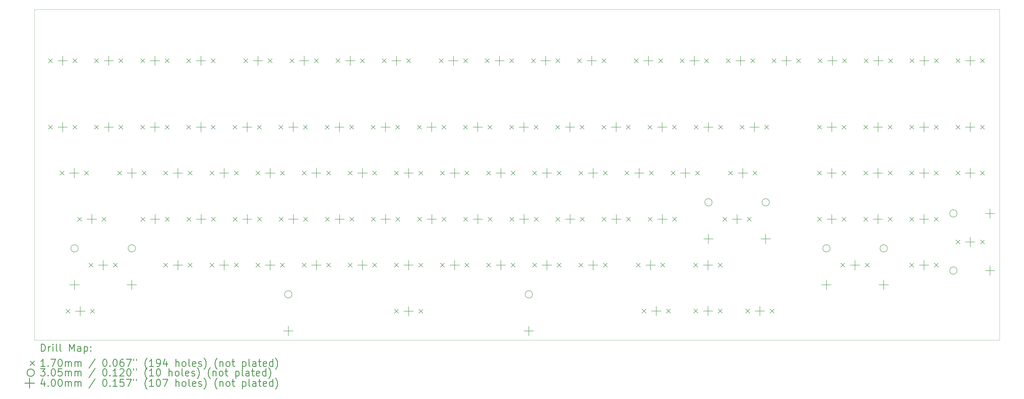
<source format=gbr>
%FSLAX45Y45*%
G04 Gerber Fmt 4.5, Leading zero omitted, Abs format (unit mm)*
G04 Created by KiCad (PCBNEW (5.1.2)-1) date 2020-04-18 22:46:55*
%MOMM*%
%LPD*%
G04 APERTURE LIST*
%ADD10C,0.050000*%
%ADD11C,0.200000*%
%ADD12C,0.300000*%
G04 APERTURE END LIST*
D10*
X6350000Y-20320000D02*
X6350000Y-34099500D01*
X46482000Y-20320000D02*
X6350000Y-20320000D01*
X46482000Y-34099500D02*
X46482000Y-20320000D01*
X6350000Y-34099500D02*
X46482000Y-34099500D01*
D11*
X24197400Y-28972600D02*
X24367400Y-29142600D01*
X24367400Y-28972600D02*
X24197400Y-29142600D01*
X25213400Y-28972600D02*
X25383400Y-29142600D01*
X25383400Y-28972600D02*
X25213400Y-29142600D01*
X20807770Y-22369500D02*
X20977770Y-22539500D01*
X20977770Y-22369500D02*
X20807770Y-22539500D01*
X21823770Y-22369500D02*
X21993770Y-22539500D01*
X21993770Y-22369500D02*
X21823770Y-22539500D01*
X38914950Y-25137200D02*
X39084950Y-25307200D01*
X39084950Y-25137200D02*
X38914950Y-25307200D01*
X39930950Y-25137200D02*
X40100950Y-25307200D01*
X40100950Y-25137200D02*
X39930950Y-25307200D01*
X33200430Y-22369870D02*
X33370430Y-22539870D01*
X33370430Y-22369870D02*
X33200430Y-22539870D01*
X34216430Y-22369870D02*
X34386430Y-22539870D01*
X34386430Y-22369870D02*
X34216430Y-22539870D01*
X20362000Y-28972600D02*
X20532000Y-29142600D01*
X20532000Y-28972600D02*
X20362000Y-29142600D01*
X21378000Y-28972600D02*
X21548000Y-29142600D01*
X21548000Y-28972600D02*
X21378000Y-29142600D01*
X25097350Y-22369500D02*
X25267350Y-22539500D01*
X25267350Y-22369500D02*
X25097350Y-22539500D01*
X26113350Y-22369500D02*
X26283350Y-22539500D01*
X26283350Y-22369500D02*
X26113350Y-22539500D01*
X12684850Y-25137200D02*
X12854850Y-25307200D01*
X12854850Y-25137200D02*
X12684850Y-25307200D01*
X13700850Y-25137200D02*
X13870850Y-25307200D01*
X13870850Y-25137200D02*
X13700850Y-25307200D01*
X33766850Y-32801650D02*
X33936850Y-32971650D01*
X33936850Y-32801650D02*
X33766850Y-32971650D01*
X34782850Y-32801650D02*
X34952850Y-32971650D01*
X34952850Y-32801650D02*
X34782850Y-32971650D01*
X14602550Y-25137200D02*
X14772550Y-25307200D01*
X14772550Y-25137200D02*
X14602550Y-25307200D01*
X15618550Y-25137200D02*
X15788550Y-25307200D01*
X15788550Y-25137200D02*
X15618550Y-25307200D01*
X40832650Y-28972600D02*
X41002650Y-29142600D01*
X41002650Y-28972600D02*
X40832650Y-29142600D01*
X41848650Y-28972600D02*
X42018650Y-29142600D01*
X42018650Y-28972600D02*
X41848650Y-29142600D01*
X12678500Y-22368600D02*
X12848500Y-22538600D01*
X12848500Y-22368600D02*
X12678500Y-22538600D01*
X13694500Y-22368600D02*
X13864500Y-22538600D01*
X13864500Y-22368600D02*
X13694500Y-22538600D01*
X17479100Y-30890300D02*
X17649100Y-31060300D01*
X17649100Y-30890300D02*
X17479100Y-31060300D01*
X18495100Y-30890300D02*
X18665100Y-31060300D01*
X18665100Y-30890300D02*
X18495100Y-31060300D01*
X35919500Y-32801650D02*
X36089500Y-32971650D01*
X36089500Y-32801650D02*
X35919500Y-32971650D01*
X36935500Y-32801650D02*
X37105500Y-32971650D01*
X37105500Y-32801650D02*
X36935500Y-32971650D01*
X10767150Y-25137200D02*
X10937150Y-25307200D01*
X10937150Y-25137200D02*
X10767150Y-25307200D01*
X11783150Y-25137200D02*
X11953150Y-25307200D01*
X11953150Y-25137200D02*
X11783150Y-25307200D01*
X21314500Y-30890300D02*
X21484500Y-31060300D01*
X21484500Y-30890300D02*
X21314500Y-31060300D01*
X22330500Y-30890300D02*
X22500500Y-31060300D01*
X22500500Y-30890300D02*
X22330500Y-31060300D01*
X10773500Y-28972600D02*
X10943500Y-29142600D01*
X10943500Y-28972600D02*
X10773500Y-29142600D01*
X11789500Y-28972600D02*
X11959500Y-29142600D01*
X11959500Y-28972600D02*
X11789500Y-29142600D01*
X28985300Y-27054900D02*
X29155300Y-27224900D01*
X29155300Y-27054900D02*
X28985300Y-27224900D01*
X30001300Y-27054900D02*
X30171300Y-27224900D01*
X30171300Y-27054900D02*
X30001300Y-27224900D01*
X32820700Y-27054900D02*
X32990700Y-27224900D01*
X32990700Y-27054900D02*
X32820700Y-27224900D01*
X33836700Y-27054900D02*
X34006700Y-27224900D01*
X34006700Y-27054900D02*
X33836700Y-27224900D01*
X6931750Y-25137200D02*
X7101750Y-25307200D01*
X7101750Y-25137200D02*
X6931750Y-25307200D01*
X7947750Y-25137200D02*
X8117750Y-25307200D01*
X8117750Y-25137200D02*
X7947750Y-25307200D01*
X29944150Y-25137200D02*
X30114150Y-25307200D01*
X30114150Y-25137200D02*
X29944150Y-25307200D01*
X30960150Y-25137200D02*
X31130150Y-25307200D01*
X31130150Y-25137200D02*
X30960150Y-25307200D01*
X39880150Y-30890300D02*
X40050150Y-31060300D01*
X40050150Y-30890300D02*
X39880150Y-31060300D01*
X40896150Y-30890300D02*
X41066150Y-31060300D01*
X41066150Y-30890300D02*
X40896150Y-31060300D01*
X19396800Y-27054900D02*
X19566800Y-27224900D01*
X19566800Y-27054900D02*
X19396800Y-27224900D01*
X20412800Y-27054900D02*
X20582800Y-27224900D01*
X20582800Y-27054900D02*
X20412800Y-27224900D01*
X27067600Y-30890300D02*
X27237600Y-31060300D01*
X27237600Y-30890300D02*
X27067600Y-31060300D01*
X28083600Y-30890300D02*
X28253600Y-31060300D01*
X28253600Y-30890300D02*
X28083600Y-31060300D01*
X42750350Y-27054900D02*
X42920350Y-27224900D01*
X42920350Y-27054900D02*
X42750350Y-27224900D01*
X43766350Y-27054900D02*
X43936350Y-27224900D01*
X43936350Y-27054900D02*
X43766350Y-27224900D01*
X35116860Y-22369500D02*
X35286860Y-22539500D01*
X35286860Y-22369500D02*
X35116860Y-22539500D01*
X36132860Y-22369500D02*
X36302860Y-22539500D01*
X36302860Y-22369500D02*
X36132860Y-22539500D01*
X18444300Y-28972600D02*
X18614300Y-29142600D01*
X18614300Y-28972600D02*
X18444300Y-29142600D01*
X19460300Y-28972600D02*
X19630300Y-29142600D01*
X19630300Y-28972600D02*
X19460300Y-29142600D01*
X28032800Y-28972600D02*
X28202800Y-29142600D01*
X28202800Y-28972600D02*
X28032800Y-29142600D01*
X29048800Y-28972600D02*
X29218800Y-29142600D01*
X29218800Y-28972600D02*
X29048800Y-29142600D01*
X40832650Y-25137200D02*
X41002650Y-25307200D01*
X41002650Y-25137200D02*
X40832650Y-25307200D01*
X41848650Y-25137200D02*
X42018650Y-25307200D01*
X42018650Y-25137200D02*
X41848650Y-25307200D01*
X35214650Y-27054900D02*
X35384650Y-27224900D01*
X35384650Y-27054900D02*
X35214650Y-27224900D01*
X36230650Y-27054900D02*
X36400650Y-27224900D01*
X36400650Y-27054900D02*
X36230650Y-27224900D01*
X37024400Y-22369870D02*
X37194400Y-22539870D01*
X37194400Y-22369870D02*
X37024400Y-22539870D01*
X38040400Y-22369870D02*
X38210400Y-22539870D01*
X38210400Y-22369870D02*
X38040400Y-22539870D01*
X16526600Y-28972600D02*
X16696600Y-29142600D01*
X16696600Y-28972600D02*
X16526600Y-29142600D01*
X17542600Y-28972600D02*
X17712600Y-29142600D01*
X17712600Y-28972600D02*
X17542600Y-29142600D01*
X26108750Y-25137200D02*
X26278750Y-25307200D01*
X26278750Y-25137200D02*
X26108750Y-25307200D01*
X27124750Y-25137200D02*
X27294750Y-25307200D01*
X27294750Y-25137200D02*
X27124750Y-25307200D01*
X44668050Y-29925100D02*
X44838050Y-30095100D01*
X44838050Y-29925100D02*
X44668050Y-30095100D01*
X45684050Y-29925100D02*
X45854050Y-30095100D01*
X45854050Y-29925100D02*
X45684050Y-30095100D01*
X34973350Y-28972600D02*
X35143350Y-29142600D01*
X35143350Y-28972600D02*
X34973350Y-29142600D01*
X35989350Y-28972600D02*
X36159350Y-29142600D01*
X36159350Y-28972600D02*
X35989350Y-29142600D01*
X19396800Y-30890300D02*
X19566800Y-31060300D01*
X19566800Y-30890300D02*
X19396800Y-31060300D01*
X20412800Y-30890300D02*
X20582800Y-31060300D01*
X20582800Y-30890300D02*
X20412800Y-31060300D01*
X44668050Y-25137200D02*
X44838050Y-25307200D01*
X44838050Y-25137200D02*
X44668050Y-25307200D01*
X45684050Y-25137200D02*
X45854050Y-25307200D01*
X45854050Y-25137200D02*
X45684050Y-25307200D01*
X13643700Y-27054900D02*
X13813700Y-27224900D01*
X13813700Y-27054900D02*
X13643700Y-27224900D01*
X14659700Y-27054900D02*
X14829700Y-27224900D01*
X14829700Y-27054900D02*
X14659700Y-27224900D01*
X15561400Y-27054900D02*
X15731400Y-27224900D01*
X15731400Y-27054900D02*
X15561400Y-27224900D01*
X16577400Y-27054900D02*
X16747400Y-27224900D01*
X16747400Y-27054900D02*
X16577400Y-27224900D01*
X10767150Y-22369500D02*
X10937150Y-22539500D01*
X10937150Y-22369500D02*
X10767150Y-22539500D01*
X11783150Y-22369500D02*
X11953150Y-22539500D01*
X11953150Y-22369500D02*
X11783150Y-22539500D01*
X21314500Y-32808000D02*
X21484500Y-32978000D01*
X21484500Y-32808000D02*
X21314500Y-32978000D01*
X22330500Y-32808000D02*
X22500500Y-32978000D01*
X22500500Y-32808000D02*
X22330500Y-32978000D01*
X33766850Y-30890300D02*
X33936850Y-31060300D01*
X33936850Y-30890300D02*
X33766850Y-31060300D01*
X34782850Y-30890300D02*
X34952850Y-31060300D01*
X34952850Y-30890300D02*
X34782850Y-31060300D01*
X18437950Y-25137200D02*
X18607950Y-25307200D01*
X18607950Y-25137200D02*
X18437950Y-25307200D01*
X19453950Y-25137200D02*
X19623950Y-25307200D01*
X19623950Y-25137200D02*
X19453950Y-25307200D01*
X38914950Y-28972600D02*
X39084950Y-29142600D01*
X39084950Y-28972600D02*
X38914950Y-29142600D01*
X39930950Y-28972600D02*
X40100950Y-29142600D01*
X40100950Y-28972600D02*
X39930950Y-29142600D01*
X33779550Y-25137200D02*
X33949550Y-25307200D01*
X33949550Y-25137200D02*
X33779550Y-25307200D01*
X34795550Y-25137200D02*
X34965550Y-25307200D01*
X34965550Y-25137200D02*
X34795550Y-25307200D01*
X12691200Y-28972600D02*
X12861200Y-29142600D01*
X12861200Y-28972600D02*
X12691200Y-29142600D01*
X13707200Y-28972600D02*
X13877200Y-29142600D01*
X13877200Y-28972600D02*
X13707200Y-29142600D01*
X7662000Y-32808000D02*
X7832000Y-32978000D01*
X7832000Y-32808000D02*
X7662000Y-32978000D01*
X8678000Y-32808000D02*
X8848000Y-32978000D01*
X8848000Y-32808000D02*
X8678000Y-32978000D01*
X25149900Y-30890300D02*
X25319900Y-31060300D01*
X25319900Y-30890300D02*
X25149900Y-31060300D01*
X26165900Y-30890300D02*
X26335900Y-31060300D01*
X26335900Y-30890300D02*
X26165900Y-31060300D01*
X7414350Y-27054900D02*
X7584350Y-27224900D01*
X7584350Y-27054900D02*
X7414350Y-27224900D01*
X8430350Y-27054900D02*
X8600350Y-27224900D01*
X8600350Y-27054900D02*
X8430350Y-27224900D01*
X18888800Y-22368600D02*
X19058800Y-22538600D01*
X19058800Y-22368600D02*
X18888800Y-22538600D01*
X19904800Y-22368600D02*
X20074800Y-22538600D01*
X20074800Y-22368600D02*
X19904800Y-22538600D01*
X8144600Y-28972600D02*
X8314600Y-29142600D01*
X8314600Y-28972600D02*
X8144600Y-29142600D01*
X9160600Y-28972600D02*
X9330600Y-29142600D01*
X9330600Y-28972600D02*
X9160600Y-29142600D01*
X27067600Y-27054900D02*
X27237600Y-27224900D01*
X27237600Y-27054900D02*
X27067600Y-27224900D01*
X28083600Y-27054900D02*
X28253600Y-27224900D01*
X28253600Y-27054900D02*
X28083600Y-27224900D01*
X42750350Y-30890300D02*
X42920350Y-31060300D01*
X42920350Y-30890300D02*
X42750350Y-31060300D01*
X43766350Y-30890300D02*
X43936350Y-31060300D01*
X43936350Y-30890300D02*
X43766350Y-31060300D01*
X31868200Y-28972600D02*
X32038200Y-29142600D01*
X32038200Y-28972600D02*
X31868200Y-29142600D01*
X32884200Y-28972600D02*
X33054200Y-29142600D01*
X33054200Y-28972600D02*
X32884200Y-29142600D01*
X8849450Y-25137200D02*
X9019450Y-25307200D01*
X9019450Y-25137200D02*
X8849450Y-25307200D01*
X9865450Y-25137200D02*
X10035450Y-25307200D01*
X10035450Y-25137200D02*
X9865450Y-25307200D01*
X44669800Y-22368600D02*
X44839800Y-22538600D01*
X44839800Y-22368600D02*
X44669800Y-22538600D01*
X45685800Y-22368600D02*
X45855800Y-22538600D01*
X45855800Y-22368600D02*
X45685800Y-22538600D01*
X23232200Y-30890300D02*
X23402200Y-31060300D01*
X23402200Y-30890300D02*
X23232200Y-31060300D01*
X24248200Y-30890300D02*
X24418200Y-31060300D01*
X24418200Y-30890300D02*
X24248200Y-31060300D01*
X28932750Y-22369500D02*
X29102750Y-22539500D01*
X29102750Y-22369500D02*
X28932750Y-22539500D01*
X29948750Y-22369500D02*
X30118750Y-22539500D01*
X30118750Y-22369500D02*
X29948750Y-22539500D01*
X38935750Y-22369500D02*
X39105750Y-22539500D01*
X39105750Y-22369500D02*
X38935750Y-22539500D01*
X39951750Y-22369500D02*
X40121750Y-22539500D01*
X40121750Y-22369500D02*
X39951750Y-22539500D01*
X21314500Y-27054900D02*
X21484500Y-27224900D01*
X21484500Y-27054900D02*
X21314500Y-27224900D01*
X22330500Y-27054900D02*
X22500500Y-27224900D01*
X22500500Y-27054900D02*
X22330500Y-27224900D01*
X29950500Y-28972600D02*
X30120500Y-29142600D01*
X30120500Y-28972600D02*
X29950500Y-29142600D01*
X30966500Y-28972600D02*
X31136500Y-29142600D01*
X31136500Y-28972600D02*
X30966500Y-29142600D01*
X6931750Y-22369500D02*
X7101750Y-22539500D01*
X7101750Y-22369500D02*
X6931750Y-22539500D01*
X7947750Y-22369500D02*
X8117750Y-22539500D01*
X8117750Y-22369500D02*
X7947750Y-22539500D01*
X40847100Y-22368600D02*
X41017100Y-22538600D01*
X41017100Y-22368600D02*
X40847100Y-22538600D01*
X41863100Y-22368600D02*
X42033100Y-22538600D01*
X42033100Y-22368600D02*
X41863100Y-22538600D01*
X17479100Y-27054900D02*
X17649100Y-27224900D01*
X17649100Y-27054900D02*
X17479100Y-27224900D01*
X18495100Y-27054900D02*
X18665100Y-27224900D01*
X18665100Y-27054900D02*
X18495100Y-27224900D01*
X30903000Y-27054900D02*
X31073000Y-27224900D01*
X31073000Y-27054900D02*
X30903000Y-27224900D01*
X31919000Y-27054900D02*
X32089000Y-27224900D01*
X32089000Y-27054900D02*
X31919000Y-27224900D01*
X16972370Y-22369500D02*
X17142370Y-22539500D01*
X17142370Y-22369500D02*
X16972370Y-22539500D01*
X17988370Y-22369500D02*
X18158370Y-22539500D01*
X18158370Y-22369500D02*
X17988370Y-22539500D01*
X42758450Y-22369500D02*
X42928450Y-22539500D01*
X42928450Y-22369500D02*
X42758450Y-22539500D01*
X43774450Y-22369500D02*
X43944450Y-22539500D01*
X43944450Y-22369500D02*
X43774450Y-22539500D01*
X15561400Y-30890300D02*
X15731400Y-31060300D01*
X15731400Y-30890300D02*
X15561400Y-31060300D01*
X16577400Y-30890300D02*
X16747400Y-31060300D01*
X16747400Y-30890300D02*
X16577400Y-31060300D01*
X25149900Y-27054900D02*
X25319900Y-27224900D01*
X25319900Y-27054900D02*
X25149900Y-27224900D01*
X26165900Y-27054900D02*
X26335900Y-27224900D01*
X26335900Y-27054900D02*
X26165900Y-27224900D01*
X27016800Y-22368600D02*
X27186800Y-22538600D01*
X27186800Y-22368600D02*
X27016800Y-22538600D01*
X28032800Y-22368600D02*
X28202800Y-22538600D01*
X28202800Y-22368600D02*
X28032800Y-22538600D01*
X31379250Y-30890300D02*
X31549250Y-31060300D01*
X31549250Y-30890300D02*
X31379250Y-31060300D01*
X32395250Y-30890300D02*
X32565250Y-31060300D01*
X32565250Y-30890300D02*
X32395250Y-31060300D01*
X13643700Y-30890300D02*
X13813700Y-31060300D01*
X13813700Y-30890300D02*
X13643700Y-31060300D01*
X14659700Y-30890300D02*
X14829700Y-31060300D01*
X14829700Y-30890300D02*
X14659700Y-31060300D01*
X23179650Y-22369500D02*
X23349650Y-22539500D01*
X23349650Y-22369500D02*
X23179650Y-22539500D01*
X24195650Y-22369500D02*
X24365650Y-22539500D01*
X24365650Y-22369500D02*
X24195650Y-22539500D01*
X38914950Y-27054900D02*
X39084950Y-27224900D01*
X39084950Y-27054900D02*
X38914950Y-27224900D01*
X39930950Y-27054900D02*
X40100950Y-27224900D01*
X40100950Y-27054900D02*
X39930950Y-27224900D01*
X16520250Y-25137200D02*
X16690250Y-25307200D01*
X16690250Y-25137200D02*
X16520250Y-25307200D01*
X17536250Y-25137200D02*
X17706250Y-25307200D01*
X17706250Y-25137200D02*
X17536250Y-25307200D01*
X8849450Y-22369500D02*
X9019450Y-22539500D01*
X9019450Y-22369500D02*
X8849450Y-22539500D01*
X9865450Y-22369500D02*
X10035450Y-22539500D01*
X10035450Y-22369500D02*
X9865450Y-22539500D01*
X22273350Y-25137200D02*
X22443350Y-25307200D01*
X22443350Y-25137200D02*
X22273350Y-25307200D01*
X23289350Y-25137200D02*
X23459350Y-25307200D01*
X23459350Y-25137200D02*
X23289350Y-25307200D01*
X31290350Y-22369500D02*
X31460350Y-22539500D01*
X31460350Y-22369500D02*
X31290350Y-22539500D01*
X32306350Y-22369500D02*
X32476350Y-22539500D01*
X32476350Y-22369500D02*
X32306350Y-22539500D01*
X40832650Y-27054900D02*
X41002650Y-27224900D01*
X41002650Y-27054900D02*
X40832650Y-27224900D01*
X41848650Y-27054900D02*
X42018650Y-27224900D01*
X42018650Y-27054900D02*
X41848650Y-27224900D01*
X8614500Y-30890300D02*
X8784500Y-31060300D01*
X8784500Y-30890300D02*
X8614500Y-31060300D01*
X9630500Y-30890300D02*
X9800500Y-31060300D01*
X9800500Y-30890300D02*
X9630500Y-31060300D01*
X11726000Y-30890300D02*
X11896000Y-31060300D01*
X11896000Y-30890300D02*
X11726000Y-31060300D01*
X12742000Y-30890300D02*
X12912000Y-31060300D01*
X12912000Y-30890300D02*
X12742000Y-31060300D01*
X22279700Y-28972600D02*
X22449700Y-29142600D01*
X22449700Y-28972600D02*
X22279700Y-29142600D01*
X23295700Y-28972600D02*
X23465700Y-29142600D01*
X23465700Y-28972600D02*
X23295700Y-29142600D01*
X35697250Y-25137200D02*
X35867250Y-25307200D01*
X35867250Y-25137200D02*
X35697250Y-25307200D01*
X36713250Y-25137200D02*
X36883250Y-25307200D01*
X36883250Y-25137200D02*
X36713250Y-25307200D01*
X11726000Y-27054900D02*
X11896000Y-27224900D01*
X11896000Y-27054900D02*
X11726000Y-27224900D01*
X12742000Y-27054900D02*
X12912000Y-27224900D01*
X12912000Y-27054900D02*
X12742000Y-27224900D01*
X28985300Y-30890300D02*
X29155300Y-31060300D01*
X29155300Y-30890300D02*
X28985300Y-31060300D01*
X30001300Y-30890300D02*
X30171300Y-31060300D01*
X30171300Y-30890300D02*
X30001300Y-31060300D01*
X28026450Y-25137200D02*
X28196450Y-25307200D01*
X28196450Y-25137200D02*
X28026450Y-25307200D01*
X29042450Y-25137200D02*
X29212450Y-25307200D01*
X29212450Y-25137200D02*
X29042450Y-25307200D01*
X42750350Y-28972600D02*
X42920350Y-29142600D01*
X42920350Y-28972600D02*
X42750350Y-29142600D01*
X43766350Y-28972600D02*
X43936350Y-29142600D01*
X43936350Y-28972600D02*
X43766350Y-29142600D01*
X9808300Y-27054900D02*
X9978300Y-27224900D01*
X9978300Y-27054900D02*
X9808300Y-27224900D01*
X10824300Y-27054900D02*
X10994300Y-27224900D01*
X10994300Y-27054900D02*
X10824300Y-27224900D01*
X23232200Y-27054900D02*
X23402200Y-27224900D01*
X23402200Y-27054900D02*
X23232200Y-27224900D01*
X24248200Y-27054900D02*
X24418200Y-27224900D01*
X24418200Y-27054900D02*
X24248200Y-27224900D01*
X44668050Y-27054900D02*
X44838050Y-27224900D01*
X44838050Y-27054900D02*
X44668050Y-27224900D01*
X45684050Y-27054900D02*
X45854050Y-27224900D01*
X45854050Y-27054900D02*
X45684050Y-27224900D01*
X20355650Y-25137200D02*
X20525650Y-25307200D01*
X20525650Y-25137200D02*
X20355650Y-25307200D01*
X21371650Y-25137200D02*
X21541650Y-25307200D01*
X21541650Y-25137200D02*
X21371650Y-25307200D01*
X31861850Y-25137200D02*
X32031850Y-25307200D01*
X32031850Y-25137200D02*
X31861850Y-25307200D01*
X32877850Y-25137200D02*
X33047850Y-25307200D01*
X33047850Y-25137200D02*
X32877850Y-25307200D01*
X15054670Y-22369500D02*
X15224670Y-22539500D01*
X15224670Y-22369500D02*
X15054670Y-22539500D01*
X16070670Y-22369500D02*
X16240670Y-22539500D01*
X16240670Y-22369500D02*
X16070670Y-22539500D01*
X24191050Y-25137200D02*
X24361050Y-25307200D01*
X24361050Y-25137200D02*
X24191050Y-25307200D01*
X25207050Y-25137200D02*
X25377050Y-25307200D01*
X25377050Y-25137200D02*
X25207050Y-25307200D01*
X26115100Y-28972600D02*
X26285100Y-29142600D01*
X26285100Y-28972600D02*
X26115100Y-29142600D01*
X27131100Y-28972600D02*
X27301100Y-29142600D01*
X27301100Y-28972600D02*
X27131100Y-29142600D01*
X42750350Y-25137200D02*
X42920350Y-25307200D01*
X42920350Y-25137200D02*
X42750350Y-25307200D01*
X43766350Y-25137200D02*
X43936350Y-25307200D01*
X43936350Y-25137200D02*
X43766350Y-25307200D01*
X31614200Y-32801650D02*
X31784200Y-32971650D01*
X31784200Y-32801650D02*
X31614200Y-32971650D01*
X32630200Y-32801650D02*
X32800200Y-32971650D01*
X32800200Y-32801650D02*
X32630200Y-32971650D01*
X14608900Y-28972600D02*
X14778900Y-29142600D01*
X14778900Y-28972600D02*
X14608900Y-29142600D01*
X15624900Y-28972600D02*
X15794900Y-29142600D01*
X15794900Y-28972600D02*
X15624900Y-29142600D01*
X8170000Y-30275300D02*
G75*
G03X8170000Y-30275300I-152500J0D01*
G01*
X10550000Y-30275300D02*
G75*
G03X10550000Y-30275300I-152500J0D01*
G01*
X39435650Y-30275300D02*
G75*
G03X39435650Y-30275300I-152500J0D01*
G01*
X41815650Y-30275300D02*
G75*
G03X41815650Y-30275300I-152500J0D01*
G01*
X44713550Y-28820100D02*
G75*
G03X44713550Y-28820100I-152500J0D01*
G01*
X44713550Y-31200100D02*
G75*
G03X44713550Y-31200100I-152500J0D01*
G01*
X34528850Y-28357600D02*
G75*
G03X34528850Y-28357600I-152500J0D01*
G01*
X36908850Y-28357600D02*
G75*
G03X36908850Y-28357600I-152500J0D01*
G01*
X17060000Y-32193000D02*
G75*
G03X17060000Y-32193000I-152500J0D01*
G01*
X27060000Y-32193000D02*
G75*
G03X27060000Y-32193000I-152500J0D01*
G01*
X12319000Y-30775300D02*
X12319000Y-31175300D01*
X12119000Y-30975300D02*
X12519000Y-30975300D01*
X22872700Y-28857600D02*
X22872700Y-29257600D01*
X22672700Y-29057600D02*
X23072700Y-29057600D01*
X36290250Y-25022200D02*
X36290250Y-25422200D01*
X36090250Y-25222200D02*
X36490250Y-25222200D01*
X12319000Y-26939900D02*
X12319000Y-27339900D01*
X12119000Y-27139900D02*
X12519000Y-27139900D01*
X29578300Y-30775300D02*
X29578300Y-31175300D01*
X29378300Y-30975300D02*
X29778300Y-30975300D01*
X28619450Y-25022200D02*
X28619450Y-25422200D01*
X28419450Y-25222200D02*
X28819450Y-25222200D01*
X43343350Y-28857600D02*
X43343350Y-29257600D01*
X43143350Y-29057600D02*
X43543350Y-29057600D01*
X10401300Y-26939900D02*
X10401300Y-27339900D01*
X10201300Y-27139900D02*
X10601300Y-27139900D01*
X23825200Y-26939900D02*
X23825200Y-27339900D01*
X23625200Y-27139900D02*
X24025200Y-27139900D01*
X45261050Y-26939900D02*
X45261050Y-27339900D01*
X45061050Y-27139900D02*
X45461050Y-27139900D01*
X20948650Y-25022200D02*
X20948650Y-25422200D01*
X20748650Y-25222200D02*
X21148650Y-25222200D01*
X32454850Y-25022200D02*
X32454850Y-25422200D01*
X32254850Y-25222200D02*
X32654850Y-25222200D01*
X15647670Y-22254500D02*
X15647670Y-22654500D01*
X15447670Y-22454500D02*
X15847670Y-22454500D01*
X24784050Y-25022200D02*
X24784050Y-25422200D01*
X24584050Y-25222200D02*
X24984050Y-25222200D01*
X26708100Y-28857600D02*
X26708100Y-29257600D01*
X26508100Y-29057600D02*
X26908100Y-29057600D01*
X43343350Y-25022200D02*
X43343350Y-25422200D01*
X43143350Y-25222200D02*
X43543350Y-25222200D01*
X32207200Y-32686650D02*
X32207200Y-33086650D01*
X32007200Y-32886650D02*
X32407200Y-32886650D01*
X15201900Y-28857600D02*
X15201900Y-29257600D01*
X15001900Y-29057600D02*
X15401900Y-29057600D01*
X24790400Y-28857600D02*
X24790400Y-29257600D01*
X24590400Y-29057600D02*
X24990400Y-29057600D01*
X21400770Y-22254500D02*
X21400770Y-22654500D01*
X21200770Y-22454500D02*
X21600770Y-22454500D01*
X39507950Y-25022200D02*
X39507950Y-25422200D01*
X39307950Y-25222200D02*
X39707950Y-25222200D01*
X33793430Y-22254870D02*
X33793430Y-22654870D01*
X33593430Y-22454870D02*
X33993430Y-22454870D01*
X20955000Y-28857600D02*
X20955000Y-29257600D01*
X20755000Y-29057600D02*
X21155000Y-29057600D01*
X25690350Y-22254500D02*
X25690350Y-22654500D01*
X25490350Y-22454500D02*
X25890350Y-22454500D01*
X13277850Y-25022200D02*
X13277850Y-25422200D01*
X13077850Y-25222200D02*
X13477850Y-25222200D01*
X34359850Y-32686650D02*
X34359850Y-33086650D01*
X34159850Y-32886650D02*
X34559850Y-32886650D01*
X15195550Y-25022200D02*
X15195550Y-25422200D01*
X14995550Y-25222200D02*
X15395550Y-25222200D01*
X41425650Y-28857600D02*
X41425650Y-29257600D01*
X41225650Y-29057600D02*
X41625650Y-29057600D01*
X13271500Y-22253600D02*
X13271500Y-22653600D01*
X13071500Y-22453600D02*
X13471500Y-22453600D01*
X18072100Y-30775300D02*
X18072100Y-31175300D01*
X17872100Y-30975300D02*
X18272100Y-30975300D01*
X36512500Y-32686650D02*
X36512500Y-33086650D01*
X36312500Y-32886650D02*
X36712500Y-32886650D01*
X11360150Y-25022200D02*
X11360150Y-25422200D01*
X11160150Y-25222200D02*
X11560150Y-25222200D01*
X21907500Y-30775300D02*
X21907500Y-31175300D01*
X21707500Y-30975300D02*
X22107500Y-30975300D01*
X11366500Y-28857600D02*
X11366500Y-29257600D01*
X11166500Y-29057600D02*
X11566500Y-29057600D01*
X29578300Y-26939900D02*
X29578300Y-27339900D01*
X29378300Y-27139900D02*
X29778300Y-27139900D01*
X33413700Y-26939900D02*
X33413700Y-27339900D01*
X33213700Y-27139900D02*
X33613700Y-27139900D01*
X7524750Y-25022200D02*
X7524750Y-25422200D01*
X7324750Y-25222200D02*
X7724750Y-25222200D01*
X30537150Y-25022200D02*
X30537150Y-25422200D01*
X30337150Y-25222200D02*
X30737150Y-25222200D01*
X39283150Y-31599300D02*
X39283150Y-31999300D01*
X39083150Y-31799300D02*
X39483150Y-31799300D01*
X40473150Y-30775300D02*
X40473150Y-31175300D01*
X40273150Y-30975300D02*
X40673150Y-30975300D01*
X41663150Y-31599300D02*
X41663150Y-31999300D01*
X41463150Y-31799300D02*
X41863150Y-31799300D01*
X19989800Y-26939900D02*
X19989800Y-27339900D01*
X19789800Y-27139900D02*
X20189800Y-27139900D01*
X27660600Y-30775300D02*
X27660600Y-31175300D01*
X27460600Y-30975300D02*
X27860600Y-30975300D01*
X43343350Y-26939900D02*
X43343350Y-27339900D01*
X43143350Y-27139900D02*
X43543350Y-27139900D01*
X35709860Y-22254500D02*
X35709860Y-22654500D01*
X35509860Y-22454500D02*
X35909860Y-22454500D01*
X19037300Y-28857600D02*
X19037300Y-29257600D01*
X18837300Y-29057600D02*
X19237300Y-29057600D01*
X28625800Y-28857600D02*
X28625800Y-29257600D01*
X28425800Y-29057600D02*
X28825800Y-29057600D01*
X41425650Y-25022200D02*
X41425650Y-25422200D01*
X41225650Y-25222200D02*
X41625650Y-25222200D01*
X35807650Y-26939900D02*
X35807650Y-27339900D01*
X35607650Y-27139900D02*
X36007650Y-27139900D01*
X37617400Y-22254870D02*
X37617400Y-22654870D01*
X37417400Y-22454870D02*
X37817400Y-22454870D01*
X17119600Y-28857600D02*
X17119600Y-29257600D01*
X16919600Y-29057600D02*
X17319600Y-29057600D01*
X26701750Y-25022200D02*
X26701750Y-25422200D01*
X26501750Y-25222200D02*
X26901750Y-25222200D01*
X45261050Y-29810100D02*
X45261050Y-30210100D01*
X45061050Y-30010100D02*
X45461050Y-30010100D01*
X46085050Y-28620100D02*
X46085050Y-29020100D01*
X45885050Y-28820100D02*
X46285050Y-28820100D01*
X46085050Y-31000100D02*
X46085050Y-31400100D01*
X45885050Y-31200100D02*
X46285050Y-31200100D01*
X34376350Y-29681600D02*
X34376350Y-30081600D01*
X34176350Y-29881600D02*
X34576350Y-29881600D01*
X35566350Y-28857600D02*
X35566350Y-29257600D01*
X35366350Y-29057600D02*
X35766350Y-29057600D01*
X36756350Y-29681600D02*
X36756350Y-30081600D01*
X36556350Y-29881600D02*
X36956350Y-29881600D01*
X19989800Y-30775300D02*
X19989800Y-31175300D01*
X19789800Y-30975300D02*
X20189800Y-30975300D01*
X45261050Y-25022200D02*
X45261050Y-25422200D01*
X45061050Y-25222200D02*
X45461050Y-25222200D01*
X14236700Y-26939900D02*
X14236700Y-27339900D01*
X14036700Y-27139900D02*
X14436700Y-27139900D01*
X16154400Y-26939900D02*
X16154400Y-27339900D01*
X15954400Y-27139900D02*
X16354400Y-27139900D01*
X11360150Y-22254500D02*
X11360150Y-22654500D01*
X11160150Y-22454500D02*
X11560150Y-22454500D01*
X16907500Y-33517000D02*
X16907500Y-33917000D01*
X16707500Y-33717000D02*
X17107500Y-33717000D01*
X21907500Y-32693000D02*
X21907500Y-33093000D01*
X21707500Y-32893000D02*
X22107500Y-32893000D01*
X26907500Y-33517000D02*
X26907500Y-33917000D01*
X26707500Y-33717000D02*
X27107500Y-33717000D01*
X34359850Y-30775300D02*
X34359850Y-31175300D01*
X34159850Y-30975300D02*
X34559850Y-30975300D01*
X19030950Y-25022200D02*
X19030950Y-25422200D01*
X18830950Y-25222200D02*
X19230950Y-25222200D01*
X39507950Y-28857600D02*
X39507950Y-29257600D01*
X39307950Y-29057600D02*
X39707950Y-29057600D01*
X34372550Y-25022200D02*
X34372550Y-25422200D01*
X34172550Y-25222200D02*
X34572550Y-25222200D01*
X13284200Y-28857600D02*
X13284200Y-29257600D01*
X13084200Y-29057600D02*
X13484200Y-29057600D01*
X8255000Y-32693000D02*
X8255000Y-33093000D01*
X8055000Y-32893000D02*
X8455000Y-32893000D01*
X25742900Y-30775300D02*
X25742900Y-31175300D01*
X25542900Y-30975300D02*
X25942900Y-30975300D01*
X8007350Y-26939900D02*
X8007350Y-27339900D01*
X7807350Y-27139900D02*
X8207350Y-27139900D01*
X19481800Y-22253600D02*
X19481800Y-22653600D01*
X19281800Y-22453600D02*
X19681800Y-22453600D01*
X8737600Y-28857600D02*
X8737600Y-29257600D01*
X8537600Y-29057600D02*
X8937600Y-29057600D01*
X27660600Y-26939900D02*
X27660600Y-27339900D01*
X27460600Y-27139900D02*
X27860600Y-27139900D01*
X43343350Y-30775300D02*
X43343350Y-31175300D01*
X43143350Y-30975300D02*
X43543350Y-30975300D01*
X32461200Y-28857600D02*
X32461200Y-29257600D01*
X32261200Y-29057600D02*
X32661200Y-29057600D01*
X9442450Y-25022200D02*
X9442450Y-25422200D01*
X9242450Y-25222200D02*
X9642450Y-25222200D01*
X45262800Y-22253600D02*
X45262800Y-22653600D01*
X45062800Y-22453600D02*
X45462800Y-22453600D01*
X23825200Y-30775300D02*
X23825200Y-31175300D01*
X23625200Y-30975300D02*
X24025200Y-30975300D01*
X29525750Y-22254500D02*
X29525750Y-22654500D01*
X29325750Y-22454500D02*
X29725750Y-22454500D01*
X39528750Y-22254500D02*
X39528750Y-22654500D01*
X39328750Y-22454500D02*
X39728750Y-22454500D01*
X21907500Y-26939900D02*
X21907500Y-27339900D01*
X21707500Y-27139900D02*
X22107500Y-27139900D01*
X30543500Y-28857600D02*
X30543500Y-29257600D01*
X30343500Y-29057600D02*
X30743500Y-29057600D01*
X7524750Y-22254500D02*
X7524750Y-22654500D01*
X7324750Y-22454500D02*
X7724750Y-22454500D01*
X41440100Y-22253600D02*
X41440100Y-22653600D01*
X41240100Y-22453600D02*
X41640100Y-22453600D01*
X18072100Y-26939900D02*
X18072100Y-27339900D01*
X17872100Y-27139900D02*
X18272100Y-27139900D01*
X31496000Y-26939900D02*
X31496000Y-27339900D01*
X31296000Y-27139900D02*
X31696000Y-27139900D01*
X17565370Y-22254500D02*
X17565370Y-22654500D01*
X17365370Y-22454500D02*
X17765370Y-22454500D01*
X43351450Y-22254500D02*
X43351450Y-22654500D01*
X43151450Y-22454500D02*
X43551450Y-22454500D01*
X16154400Y-30775300D02*
X16154400Y-31175300D01*
X15954400Y-30975300D02*
X16354400Y-30975300D01*
X25742900Y-26939900D02*
X25742900Y-27339900D01*
X25542900Y-27139900D02*
X25942900Y-27139900D01*
X27609800Y-22253600D02*
X27609800Y-22653600D01*
X27409800Y-22453600D02*
X27809800Y-22453600D01*
X31972250Y-30775300D02*
X31972250Y-31175300D01*
X31772250Y-30975300D02*
X32172250Y-30975300D01*
X14236700Y-30775300D02*
X14236700Y-31175300D01*
X14036700Y-30975300D02*
X14436700Y-30975300D01*
X23772650Y-22254500D02*
X23772650Y-22654500D01*
X23572650Y-22454500D02*
X23972650Y-22454500D01*
X39507950Y-26939900D02*
X39507950Y-27339900D01*
X39307950Y-27139900D02*
X39707950Y-27139900D01*
X17113250Y-25022200D02*
X17113250Y-25422200D01*
X16913250Y-25222200D02*
X17313250Y-25222200D01*
X9442450Y-22254500D02*
X9442450Y-22654500D01*
X9242450Y-22454500D02*
X9642450Y-22454500D01*
X22866350Y-25022200D02*
X22866350Y-25422200D01*
X22666350Y-25222200D02*
X23066350Y-25222200D01*
X31883350Y-22254500D02*
X31883350Y-22654500D01*
X31683350Y-22454500D02*
X32083350Y-22454500D01*
X41425650Y-26939900D02*
X41425650Y-27339900D01*
X41225650Y-27139900D02*
X41625650Y-27139900D01*
X8017500Y-31599300D02*
X8017500Y-31999300D01*
X7817500Y-31799300D02*
X8217500Y-31799300D01*
X9207500Y-30775300D02*
X9207500Y-31175300D01*
X9007500Y-30975300D02*
X9407500Y-30975300D01*
X10397500Y-31599300D02*
X10397500Y-31999300D01*
X10197500Y-31799300D02*
X10597500Y-31799300D01*
D12*
X6633928Y-34567714D02*
X6633928Y-34267714D01*
X6705357Y-34267714D01*
X6748214Y-34282000D01*
X6776786Y-34310572D01*
X6791071Y-34339143D01*
X6805357Y-34396286D01*
X6805357Y-34439143D01*
X6791071Y-34496286D01*
X6776786Y-34524857D01*
X6748214Y-34553429D01*
X6705357Y-34567714D01*
X6633928Y-34567714D01*
X6933928Y-34567714D02*
X6933928Y-34367714D01*
X6933928Y-34424857D02*
X6948214Y-34396286D01*
X6962500Y-34382000D01*
X6991071Y-34367714D01*
X7019643Y-34367714D01*
X7119643Y-34567714D02*
X7119643Y-34367714D01*
X7119643Y-34267714D02*
X7105357Y-34282000D01*
X7119643Y-34296286D01*
X7133928Y-34282000D01*
X7119643Y-34267714D01*
X7119643Y-34296286D01*
X7305357Y-34567714D02*
X7276786Y-34553429D01*
X7262500Y-34524857D01*
X7262500Y-34267714D01*
X7462500Y-34567714D02*
X7433928Y-34553429D01*
X7419643Y-34524857D01*
X7419643Y-34267714D01*
X7805357Y-34567714D02*
X7805357Y-34267714D01*
X7905357Y-34482000D01*
X8005357Y-34267714D01*
X8005357Y-34567714D01*
X8276786Y-34567714D02*
X8276786Y-34410572D01*
X8262500Y-34382000D01*
X8233928Y-34367714D01*
X8176786Y-34367714D01*
X8148214Y-34382000D01*
X8276786Y-34553429D02*
X8248214Y-34567714D01*
X8176786Y-34567714D01*
X8148214Y-34553429D01*
X8133928Y-34524857D01*
X8133928Y-34496286D01*
X8148214Y-34467714D01*
X8176786Y-34453429D01*
X8248214Y-34453429D01*
X8276786Y-34439143D01*
X8419643Y-34367714D02*
X8419643Y-34667714D01*
X8419643Y-34382000D02*
X8448214Y-34367714D01*
X8505357Y-34367714D01*
X8533928Y-34382000D01*
X8548214Y-34396286D01*
X8562500Y-34424857D01*
X8562500Y-34510572D01*
X8548214Y-34539143D01*
X8533928Y-34553429D01*
X8505357Y-34567714D01*
X8448214Y-34567714D01*
X8419643Y-34553429D01*
X8691071Y-34539143D02*
X8705357Y-34553429D01*
X8691071Y-34567714D01*
X8676786Y-34553429D01*
X8691071Y-34539143D01*
X8691071Y-34567714D01*
X8691071Y-34382000D02*
X8705357Y-34396286D01*
X8691071Y-34410572D01*
X8676786Y-34396286D01*
X8691071Y-34382000D01*
X8691071Y-34410572D01*
X6177500Y-34977000D02*
X6347500Y-35147000D01*
X6347500Y-34977000D02*
X6177500Y-35147000D01*
X6791071Y-35197714D02*
X6619643Y-35197714D01*
X6705357Y-35197714D02*
X6705357Y-34897714D01*
X6676786Y-34940572D01*
X6648214Y-34969143D01*
X6619643Y-34983429D01*
X6919643Y-35169143D02*
X6933928Y-35183429D01*
X6919643Y-35197714D01*
X6905357Y-35183429D01*
X6919643Y-35169143D01*
X6919643Y-35197714D01*
X7033928Y-34897714D02*
X7233928Y-34897714D01*
X7105357Y-35197714D01*
X7405357Y-34897714D02*
X7433928Y-34897714D01*
X7462500Y-34912000D01*
X7476786Y-34926286D01*
X7491071Y-34954857D01*
X7505357Y-35012000D01*
X7505357Y-35083429D01*
X7491071Y-35140572D01*
X7476786Y-35169143D01*
X7462500Y-35183429D01*
X7433928Y-35197714D01*
X7405357Y-35197714D01*
X7376786Y-35183429D01*
X7362500Y-35169143D01*
X7348214Y-35140572D01*
X7333928Y-35083429D01*
X7333928Y-35012000D01*
X7348214Y-34954857D01*
X7362500Y-34926286D01*
X7376786Y-34912000D01*
X7405357Y-34897714D01*
X7633928Y-35197714D02*
X7633928Y-34997714D01*
X7633928Y-35026286D02*
X7648214Y-35012000D01*
X7676786Y-34997714D01*
X7719643Y-34997714D01*
X7748214Y-35012000D01*
X7762500Y-35040572D01*
X7762500Y-35197714D01*
X7762500Y-35040572D02*
X7776786Y-35012000D01*
X7805357Y-34997714D01*
X7848214Y-34997714D01*
X7876786Y-35012000D01*
X7891071Y-35040572D01*
X7891071Y-35197714D01*
X8033928Y-35197714D02*
X8033928Y-34997714D01*
X8033928Y-35026286D02*
X8048214Y-35012000D01*
X8076786Y-34997714D01*
X8119643Y-34997714D01*
X8148214Y-35012000D01*
X8162500Y-35040572D01*
X8162500Y-35197714D01*
X8162500Y-35040572D02*
X8176786Y-35012000D01*
X8205357Y-34997714D01*
X8248214Y-34997714D01*
X8276786Y-35012000D01*
X8291071Y-35040572D01*
X8291071Y-35197714D01*
X8876786Y-34883429D02*
X8619643Y-35269143D01*
X9262500Y-34897714D02*
X9291071Y-34897714D01*
X9319643Y-34912000D01*
X9333928Y-34926286D01*
X9348214Y-34954857D01*
X9362500Y-35012000D01*
X9362500Y-35083429D01*
X9348214Y-35140572D01*
X9333928Y-35169143D01*
X9319643Y-35183429D01*
X9291071Y-35197714D01*
X9262500Y-35197714D01*
X9233928Y-35183429D01*
X9219643Y-35169143D01*
X9205357Y-35140572D01*
X9191071Y-35083429D01*
X9191071Y-35012000D01*
X9205357Y-34954857D01*
X9219643Y-34926286D01*
X9233928Y-34912000D01*
X9262500Y-34897714D01*
X9491071Y-35169143D02*
X9505357Y-35183429D01*
X9491071Y-35197714D01*
X9476786Y-35183429D01*
X9491071Y-35169143D01*
X9491071Y-35197714D01*
X9691071Y-34897714D02*
X9719643Y-34897714D01*
X9748214Y-34912000D01*
X9762500Y-34926286D01*
X9776786Y-34954857D01*
X9791071Y-35012000D01*
X9791071Y-35083429D01*
X9776786Y-35140572D01*
X9762500Y-35169143D01*
X9748214Y-35183429D01*
X9719643Y-35197714D01*
X9691071Y-35197714D01*
X9662500Y-35183429D01*
X9648214Y-35169143D01*
X9633928Y-35140572D01*
X9619643Y-35083429D01*
X9619643Y-35012000D01*
X9633928Y-34954857D01*
X9648214Y-34926286D01*
X9662500Y-34912000D01*
X9691071Y-34897714D01*
X10048214Y-34897714D02*
X9991071Y-34897714D01*
X9962500Y-34912000D01*
X9948214Y-34926286D01*
X9919643Y-34969143D01*
X9905357Y-35026286D01*
X9905357Y-35140572D01*
X9919643Y-35169143D01*
X9933928Y-35183429D01*
X9962500Y-35197714D01*
X10019643Y-35197714D01*
X10048214Y-35183429D01*
X10062500Y-35169143D01*
X10076786Y-35140572D01*
X10076786Y-35069143D01*
X10062500Y-35040572D01*
X10048214Y-35026286D01*
X10019643Y-35012000D01*
X9962500Y-35012000D01*
X9933928Y-35026286D01*
X9919643Y-35040572D01*
X9905357Y-35069143D01*
X10176786Y-34897714D02*
X10376786Y-34897714D01*
X10248214Y-35197714D01*
X10476786Y-34897714D02*
X10476786Y-34954857D01*
X10591071Y-34897714D02*
X10591071Y-34954857D01*
X11033928Y-35312000D02*
X11019643Y-35297714D01*
X10991071Y-35254857D01*
X10976786Y-35226286D01*
X10962500Y-35183429D01*
X10948214Y-35112000D01*
X10948214Y-35054857D01*
X10962500Y-34983429D01*
X10976786Y-34940572D01*
X10991071Y-34912000D01*
X11019643Y-34869143D01*
X11033928Y-34854857D01*
X11305357Y-35197714D02*
X11133928Y-35197714D01*
X11219643Y-35197714D02*
X11219643Y-34897714D01*
X11191071Y-34940572D01*
X11162500Y-34969143D01*
X11133928Y-34983429D01*
X11448214Y-35197714D02*
X11505357Y-35197714D01*
X11533928Y-35183429D01*
X11548214Y-35169143D01*
X11576786Y-35126286D01*
X11591071Y-35069143D01*
X11591071Y-34954857D01*
X11576786Y-34926286D01*
X11562500Y-34912000D01*
X11533928Y-34897714D01*
X11476786Y-34897714D01*
X11448214Y-34912000D01*
X11433928Y-34926286D01*
X11419643Y-34954857D01*
X11419643Y-35026286D01*
X11433928Y-35054857D01*
X11448214Y-35069143D01*
X11476786Y-35083429D01*
X11533928Y-35083429D01*
X11562500Y-35069143D01*
X11576786Y-35054857D01*
X11591071Y-35026286D01*
X11848214Y-34997714D02*
X11848214Y-35197714D01*
X11776786Y-34883429D02*
X11705357Y-35097714D01*
X11891071Y-35097714D01*
X12233928Y-35197714D02*
X12233928Y-34897714D01*
X12362500Y-35197714D02*
X12362500Y-35040572D01*
X12348214Y-35012000D01*
X12319643Y-34997714D01*
X12276786Y-34997714D01*
X12248214Y-35012000D01*
X12233928Y-35026286D01*
X12548214Y-35197714D02*
X12519643Y-35183429D01*
X12505357Y-35169143D01*
X12491071Y-35140572D01*
X12491071Y-35054857D01*
X12505357Y-35026286D01*
X12519643Y-35012000D01*
X12548214Y-34997714D01*
X12591071Y-34997714D01*
X12619643Y-35012000D01*
X12633928Y-35026286D01*
X12648214Y-35054857D01*
X12648214Y-35140572D01*
X12633928Y-35169143D01*
X12619643Y-35183429D01*
X12591071Y-35197714D01*
X12548214Y-35197714D01*
X12819643Y-35197714D02*
X12791071Y-35183429D01*
X12776786Y-35154857D01*
X12776786Y-34897714D01*
X13048214Y-35183429D02*
X13019643Y-35197714D01*
X12962500Y-35197714D01*
X12933928Y-35183429D01*
X12919643Y-35154857D01*
X12919643Y-35040572D01*
X12933928Y-35012000D01*
X12962500Y-34997714D01*
X13019643Y-34997714D01*
X13048214Y-35012000D01*
X13062500Y-35040572D01*
X13062500Y-35069143D01*
X12919643Y-35097714D01*
X13176786Y-35183429D02*
X13205357Y-35197714D01*
X13262500Y-35197714D01*
X13291071Y-35183429D01*
X13305357Y-35154857D01*
X13305357Y-35140572D01*
X13291071Y-35112000D01*
X13262500Y-35097714D01*
X13219643Y-35097714D01*
X13191071Y-35083429D01*
X13176786Y-35054857D01*
X13176786Y-35040572D01*
X13191071Y-35012000D01*
X13219643Y-34997714D01*
X13262500Y-34997714D01*
X13291071Y-35012000D01*
X13405357Y-35312000D02*
X13419643Y-35297714D01*
X13448214Y-35254857D01*
X13462500Y-35226286D01*
X13476786Y-35183429D01*
X13491071Y-35112000D01*
X13491071Y-35054857D01*
X13476786Y-34983429D01*
X13462500Y-34940572D01*
X13448214Y-34912000D01*
X13419643Y-34869143D01*
X13405357Y-34854857D01*
X13948214Y-35312000D02*
X13933928Y-35297714D01*
X13905357Y-35254857D01*
X13891071Y-35226286D01*
X13876786Y-35183429D01*
X13862500Y-35112000D01*
X13862500Y-35054857D01*
X13876786Y-34983429D01*
X13891071Y-34940572D01*
X13905357Y-34912000D01*
X13933928Y-34869143D01*
X13948214Y-34854857D01*
X14062500Y-34997714D02*
X14062500Y-35197714D01*
X14062500Y-35026286D02*
X14076786Y-35012000D01*
X14105357Y-34997714D01*
X14148214Y-34997714D01*
X14176786Y-35012000D01*
X14191071Y-35040572D01*
X14191071Y-35197714D01*
X14376786Y-35197714D02*
X14348214Y-35183429D01*
X14333928Y-35169143D01*
X14319643Y-35140572D01*
X14319643Y-35054857D01*
X14333928Y-35026286D01*
X14348214Y-35012000D01*
X14376786Y-34997714D01*
X14419643Y-34997714D01*
X14448214Y-35012000D01*
X14462500Y-35026286D01*
X14476786Y-35054857D01*
X14476786Y-35140572D01*
X14462500Y-35169143D01*
X14448214Y-35183429D01*
X14419643Y-35197714D01*
X14376786Y-35197714D01*
X14562500Y-34997714D02*
X14676786Y-34997714D01*
X14605357Y-34897714D02*
X14605357Y-35154857D01*
X14619643Y-35183429D01*
X14648214Y-35197714D01*
X14676786Y-35197714D01*
X15005357Y-34997714D02*
X15005357Y-35297714D01*
X15005357Y-35012000D02*
X15033928Y-34997714D01*
X15091071Y-34997714D01*
X15119643Y-35012000D01*
X15133928Y-35026286D01*
X15148214Y-35054857D01*
X15148214Y-35140572D01*
X15133928Y-35169143D01*
X15119643Y-35183429D01*
X15091071Y-35197714D01*
X15033928Y-35197714D01*
X15005357Y-35183429D01*
X15319643Y-35197714D02*
X15291071Y-35183429D01*
X15276786Y-35154857D01*
X15276786Y-34897714D01*
X15562500Y-35197714D02*
X15562500Y-35040572D01*
X15548214Y-35012000D01*
X15519643Y-34997714D01*
X15462500Y-34997714D01*
X15433928Y-35012000D01*
X15562500Y-35183429D02*
X15533928Y-35197714D01*
X15462500Y-35197714D01*
X15433928Y-35183429D01*
X15419643Y-35154857D01*
X15419643Y-35126286D01*
X15433928Y-35097714D01*
X15462500Y-35083429D01*
X15533928Y-35083429D01*
X15562500Y-35069143D01*
X15662500Y-34997714D02*
X15776786Y-34997714D01*
X15705357Y-34897714D02*
X15705357Y-35154857D01*
X15719643Y-35183429D01*
X15748214Y-35197714D01*
X15776786Y-35197714D01*
X15991071Y-35183429D02*
X15962500Y-35197714D01*
X15905357Y-35197714D01*
X15876786Y-35183429D01*
X15862500Y-35154857D01*
X15862500Y-35040572D01*
X15876786Y-35012000D01*
X15905357Y-34997714D01*
X15962500Y-34997714D01*
X15991071Y-35012000D01*
X16005357Y-35040572D01*
X16005357Y-35069143D01*
X15862500Y-35097714D01*
X16262500Y-35197714D02*
X16262500Y-34897714D01*
X16262500Y-35183429D02*
X16233928Y-35197714D01*
X16176786Y-35197714D01*
X16148214Y-35183429D01*
X16133928Y-35169143D01*
X16119643Y-35140572D01*
X16119643Y-35054857D01*
X16133928Y-35026286D01*
X16148214Y-35012000D01*
X16176786Y-34997714D01*
X16233928Y-34997714D01*
X16262500Y-35012000D01*
X16376786Y-35312000D02*
X16391071Y-35297714D01*
X16419643Y-35254857D01*
X16433928Y-35226286D01*
X16448214Y-35183429D01*
X16462500Y-35112000D01*
X16462500Y-35054857D01*
X16448214Y-34983429D01*
X16433928Y-34940572D01*
X16419643Y-34912000D01*
X16391071Y-34869143D01*
X16376786Y-34854857D01*
X6347500Y-35458000D02*
G75*
G03X6347500Y-35458000I-152500J0D01*
G01*
X6605357Y-35293714D02*
X6791071Y-35293714D01*
X6691071Y-35408000D01*
X6733928Y-35408000D01*
X6762500Y-35422286D01*
X6776786Y-35436572D01*
X6791071Y-35465143D01*
X6791071Y-35536572D01*
X6776786Y-35565143D01*
X6762500Y-35579429D01*
X6733928Y-35593714D01*
X6648214Y-35593714D01*
X6619643Y-35579429D01*
X6605357Y-35565143D01*
X6919643Y-35565143D02*
X6933928Y-35579429D01*
X6919643Y-35593714D01*
X6905357Y-35579429D01*
X6919643Y-35565143D01*
X6919643Y-35593714D01*
X7119643Y-35293714D02*
X7148214Y-35293714D01*
X7176786Y-35308000D01*
X7191071Y-35322286D01*
X7205357Y-35350857D01*
X7219643Y-35408000D01*
X7219643Y-35479429D01*
X7205357Y-35536572D01*
X7191071Y-35565143D01*
X7176786Y-35579429D01*
X7148214Y-35593714D01*
X7119643Y-35593714D01*
X7091071Y-35579429D01*
X7076786Y-35565143D01*
X7062500Y-35536572D01*
X7048214Y-35479429D01*
X7048214Y-35408000D01*
X7062500Y-35350857D01*
X7076786Y-35322286D01*
X7091071Y-35308000D01*
X7119643Y-35293714D01*
X7491071Y-35293714D02*
X7348214Y-35293714D01*
X7333928Y-35436572D01*
X7348214Y-35422286D01*
X7376786Y-35408000D01*
X7448214Y-35408000D01*
X7476786Y-35422286D01*
X7491071Y-35436572D01*
X7505357Y-35465143D01*
X7505357Y-35536572D01*
X7491071Y-35565143D01*
X7476786Y-35579429D01*
X7448214Y-35593714D01*
X7376786Y-35593714D01*
X7348214Y-35579429D01*
X7333928Y-35565143D01*
X7633928Y-35593714D02*
X7633928Y-35393714D01*
X7633928Y-35422286D02*
X7648214Y-35408000D01*
X7676786Y-35393714D01*
X7719643Y-35393714D01*
X7748214Y-35408000D01*
X7762500Y-35436572D01*
X7762500Y-35593714D01*
X7762500Y-35436572D02*
X7776786Y-35408000D01*
X7805357Y-35393714D01*
X7848214Y-35393714D01*
X7876786Y-35408000D01*
X7891071Y-35436572D01*
X7891071Y-35593714D01*
X8033928Y-35593714D02*
X8033928Y-35393714D01*
X8033928Y-35422286D02*
X8048214Y-35408000D01*
X8076786Y-35393714D01*
X8119643Y-35393714D01*
X8148214Y-35408000D01*
X8162500Y-35436572D01*
X8162500Y-35593714D01*
X8162500Y-35436572D02*
X8176786Y-35408000D01*
X8205357Y-35393714D01*
X8248214Y-35393714D01*
X8276786Y-35408000D01*
X8291071Y-35436572D01*
X8291071Y-35593714D01*
X8876786Y-35279429D02*
X8619643Y-35665143D01*
X9262500Y-35293714D02*
X9291071Y-35293714D01*
X9319643Y-35308000D01*
X9333928Y-35322286D01*
X9348214Y-35350857D01*
X9362500Y-35408000D01*
X9362500Y-35479429D01*
X9348214Y-35536572D01*
X9333928Y-35565143D01*
X9319643Y-35579429D01*
X9291071Y-35593714D01*
X9262500Y-35593714D01*
X9233928Y-35579429D01*
X9219643Y-35565143D01*
X9205357Y-35536572D01*
X9191071Y-35479429D01*
X9191071Y-35408000D01*
X9205357Y-35350857D01*
X9219643Y-35322286D01*
X9233928Y-35308000D01*
X9262500Y-35293714D01*
X9491071Y-35565143D02*
X9505357Y-35579429D01*
X9491071Y-35593714D01*
X9476786Y-35579429D01*
X9491071Y-35565143D01*
X9491071Y-35593714D01*
X9791071Y-35593714D02*
X9619643Y-35593714D01*
X9705357Y-35593714D02*
X9705357Y-35293714D01*
X9676786Y-35336572D01*
X9648214Y-35365143D01*
X9619643Y-35379429D01*
X9905357Y-35322286D02*
X9919643Y-35308000D01*
X9948214Y-35293714D01*
X10019643Y-35293714D01*
X10048214Y-35308000D01*
X10062500Y-35322286D01*
X10076786Y-35350857D01*
X10076786Y-35379429D01*
X10062500Y-35422286D01*
X9891071Y-35593714D01*
X10076786Y-35593714D01*
X10262500Y-35293714D02*
X10291071Y-35293714D01*
X10319643Y-35308000D01*
X10333928Y-35322286D01*
X10348214Y-35350857D01*
X10362500Y-35408000D01*
X10362500Y-35479429D01*
X10348214Y-35536572D01*
X10333928Y-35565143D01*
X10319643Y-35579429D01*
X10291071Y-35593714D01*
X10262500Y-35593714D01*
X10233928Y-35579429D01*
X10219643Y-35565143D01*
X10205357Y-35536572D01*
X10191071Y-35479429D01*
X10191071Y-35408000D01*
X10205357Y-35350857D01*
X10219643Y-35322286D01*
X10233928Y-35308000D01*
X10262500Y-35293714D01*
X10476786Y-35293714D02*
X10476786Y-35350857D01*
X10591071Y-35293714D02*
X10591071Y-35350857D01*
X11033928Y-35708000D02*
X11019643Y-35693714D01*
X10991071Y-35650857D01*
X10976786Y-35622286D01*
X10962500Y-35579429D01*
X10948214Y-35508000D01*
X10948214Y-35450857D01*
X10962500Y-35379429D01*
X10976786Y-35336572D01*
X10991071Y-35308000D01*
X11019643Y-35265143D01*
X11033928Y-35250857D01*
X11305357Y-35593714D02*
X11133928Y-35593714D01*
X11219643Y-35593714D02*
X11219643Y-35293714D01*
X11191071Y-35336572D01*
X11162500Y-35365143D01*
X11133928Y-35379429D01*
X11491071Y-35293714D02*
X11519643Y-35293714D01*
X11548214Y-35308000D01*
X11562500Y-35322286D01*
X11576786Y-35350857D01*
X11591071Y-35408000D01*
X11591071Y-35479429D01*
X11576786Y-35536572D01*
X11562500Y-35565143D01*
X11548214Y-35579429D01*
X11519643Y-35593714D01*
X11491071Y-35593714D01*
X11462500Y-35579429D01*
X11448214Y-35565143D01*
X11433928Y-35536572D01*
X11419643Y-35479429D01*
X11419643Y-35408000D01*
X11433928Y-35350857D01*
X11448214Y-35322286D01*
X11462500Y-35308000D01*
X11491071Y-35293714D01*
X11948214Y-35593714D02*
X11948214Y-35293714D01*
X12076786Y-35593714D02*
X12076786Y-35436572D01*
X12062500Y-35408000D01*
X12033928Y-35393714D01*
X11991071Y-35393714D01*
X11962500Y-35408000D01*
X11948214Y-35422286D01*
X12262500Y-35593714D02*
X12233928Y-35579429D01*
X12219643Y-35565143D01*
X12205357Y-35536572D01*
X12205357Y-35450857D01*
X12219643Y-35422286D01*
X12233928Y-35408000D01*
X12262500Y-35393714D01*
X12305357Y-35393714D01*
X12333928Y-35408000D01*
X12348214Y-35422286D01*
X12362500Y-35450857D01*
X12362500Y-35536572D01*
X12348214Y-35565143D01*
X12333928Y-35579429D01*
X12305357Y-35593714D01*
X12262500Y-35593714D01*
X12533928Y-35593714D02*
X12505357Y-35579429D01*
X12491071Y-35550857D01*
X12491071Y-35293714D01*
X12762500Y-35579429D02*
X12733928Y-35593714D01*
X12676786Y-35593714D01*
X12648214Y-35579429D01*
X12633928Y-35550857D01*
X12633928Y-35436572D01*
X12648214Y-35408000D01*
X12676786Y-35393714D01*
X12733928Y-35393714D01*
X12762500Y-35408000D01*
X12776786Y-35436572D01*
X12776786Y-35465143D01*
X12633928Y-35493714D01*
X12891071Y-35579429D02*
X12919643Y-35593714D01*
X12976786Y-35593714D01*
X13005357Y-35579429D01*
X13019643Y-35550857D01*
X13019643Y-35536572D01*
X13005357Y-35508000D01*
X12976786Y-35493714D01*
X12933928Y-35493714D01*
X12905357Y-35479429D01*
X12891071Y-35450857D01*
X12891071Y-35436572D01*
X12905357Y-35408000D01*
X12933928Y-35393714D01*
X12976786Y-35393714D01*
X13005357Y-35408000D01*
X13119643Y-35708000D02*
X13133928Y-35693714D01*
X13162500Y-35650857D01*
X13176786Y-35622286D01*
X13191071Y-35579429D01*
X13205357Y-35508000D01*
X13205357Y-35450857D01*
X13191071Y-35379429D01*
X13176786Y-35336572D01*
X13162500Y-35308000D01*
X13133928Y-35265143D01*
X13119643Y-35250857D01*
X13662500Y-35708000D02*
X13648214Y-35693714D01*
X13619643Y-35650857D01*
X13605357Y-35622286D01*
X13591071Y-35579429D01*
X13576786Y-35508000D01*
X13576786Y-35450857D01*
X13591071Y-35379429D01*
X13605357Y-35336572D01*
X13619643Y-35308000D01*
X13648214Y-35265143D01*
X13662500Y-35250857D01*
X13776786Y-35393714D02*
X13776786Y-35593714D01*
X13776786Y-35422286D02*
X13791071Y-35408000D01*
X13819643Y-35393714D01*
X13862500Y-35393714D01*
X13891071Y-35408000D01*
X13905357Y-35436572D01*
X13905357Y-35593714D01*
X14091071Y-35593714D02*
X14062500Y-35579429D01*
X14048214Y-35565143D01*
X14033928Y-35536572D01*
X14033928Y-35450857D01*
X14048214Y-35422286D01*
X14062500Y-35408000D01*
X14091071Y-35393714D01*
X14133928Y-35393714D01*
X14162500Y-35408000D01*
X14176786Y-35422286D01*
X14191071Y-35450857D01*
X14191071Y-35536572D01*
X14176786Y-35565143D01*
X14162500Y-35579429D01*
X14133928Y-35593714D01*
X14091071Y-35593714D01*
X14276786Y-35393714D02*
X14391071Y-35393714D01*
X14319643Y-35293714D02*
X14319643Y-35550857D01*
X14333928Y-35579429D01*
X14362500Y-35593714D01*
X14391071Y-35593714D01*
X14719643Y-35393714D02*
X14719643Y-35693714D01*
X14719643Y-35408000D02*
X14748214Y-35393714D01*
X14805357Y-35393714D01*
X14833928Y-35408000D01*
X14848214Y-35422286D01*
X14862500Y-35450857D01*
X14862500Y-35536572D01*
X14848214Y-35565143D01*
X14833928Y-35579429D01*
X14805357Y-35593714D01*
X14748214Y-35593714D01*
X14719643Y-35579429D01*
X15033928Y-35593714D02*
X15005357Y-35579429D01*
X14991071Y-35550857D01*
X14991071Y-35293714D01*
X15276786Y-35593714D02*
X15276786Y-35436572D01*
X15262500Y-35408000D01*
X15233928Y-35393714D01*
X15176786Y-35393714D01*
X15148214Y-35408000D01*
X15276786Y-35579429D02*
X15248214Y-35593714D01*
X15176786Y-35593714D01*
X15148214Y-35579429D01*
X15133928Y-35550857D01*
X15133928Y-35522286D01*
X15148214Y-35493714D01*
X15176786Y-35479429D01*
X15248214Y-35479429D01*
X15276786Y-35465143D01*
X15376786Y-35393714D02*
X15491071Y-35393714D01*
X15419643Y-35293714D02*
X15419643Y-35550857D01*
X15433928Y-35579429D01*
X15462500Y-35593714D01*
X15491071Y-35593714D01*
X15705357Y-35579429D02*
X15676786Y-35593714D01*
X15619643Y-35593714D01*
X15591071Y-35579429D01*
X15576786Y-35550857D01*
X15576786Y-35436572D01*
X15591071Y-35408000D01*
X15619643Y-35393714D01*
X15676786Y-35393714D01*
X15705357Y-35408000D01*
X15719643Y-35436572D01*
X15719643Y-35465143D01*
X15576786Y-35493714D01*
X15976786Y-35593714D02*
X15976786Y-35293714D01*
X15976786Y-35579429D02*
X15948214Y-35593714D01*
X15891071Y-35593714D01*
X15862500Y-35579429D01*
X15848214Y-35565143D01*
X15833928Y-35536572D01*
X15833928Y-35450857D01*
X15848214Y-35422286D01*
X15862500Y-35408000D01*
X15891071Y-35393714D01*
X15948214Y-35393714D01*
X15976786Y-35408000D01*
X16091071Y-35708000D02*
X16105357Y-35693714D01*
X16133928Y-35650857D01*
X16148214Y-35622286D01*
X16162500Y-35579429D01*
X16176786Y-35508000D01*
X16176786Y-35450857D01*
X16162500Y-35379429D01*
X16148214Y-35336572D01*
X16133928Y-35308000D01*
X16105357Y-35265143D01*
X16091071Y-35250857D01*
X6147500Y-35693000D02*
X6147500Y-36093000D01*
X5947500Y-35893000D02*
X6347500Y-35893000D01*
X6762500Y-35828714D02*
X6762500Y-36028714D01*
X6691071Y-35714429D02*
X6619643Y-35928714D01*
X6805357Y-35928714D01*
X6919643Y-36000143D02*
X6933928Y-36014429D01*
X6919643Y-36028714D01*
X6905357Y-36014429D01*
X6919643Y-36000143D01*
X6919643Y-36028714D01*
X7119643Y-35728714D02*
X7148214Y-35728714D01*
X7176786Y-35743000D01*
X7191071Y-35757286D01*
X7205357Y-35785857D01*
X7219643Y-35843000D01*
X7219643Y-35914429D01*
X7205357Y-35971572D01*
X7191071Y-36000143D01*
X7176786Y-36014429D01*
X7148214Y-36028714D01*
X7119643Y-36028714D01*
X7091071Y-36014429D01*
X7076786Y-36000143D01*
X7062500Y-35971572D01*
X7048214Y-35914429D01*
X7048214Y-35843000D01*
X7062500Y-35785857D01*
X7076786Y-35757286D01*
X7091071Y-35743000D01*
X7119643Y-35728714D01*
X7405357Y-35728714D02*
X7433928Y-35728714D01*
X7462500Y-35743000D01*
X7476786Y-35757286D01*
X7491071Y-35785857D01*
X7505357Y-35843000D01*
X7505357Y-35914429D01*
X7491071Y-35971572D01*
X7476786Y-36000143D01*
X7462500Y-36014429D01*
X7433928Y-36028714D01*
X7405357Y-36028714D01*
X7376786Y-36014429D01*
X7362500Y-36000143D01*
X7348214Y-35971572D01*
X7333928Y-35914429D01*
X7333928Y-35843000D01*
X7348214Y-35785857D01*
X7362500Y-35757286D01*
X7376786Y-35743000D01*
X7405357Y-35728714D01*
X7633928Y-36028714D02*
X7633928Y-35828714D01*
X7633928Y-35857286D02*
X7648214Y-35843000D01*
X7676786Y-35828714D01*
X7719643Y-35828714D01*
X7748214Y-35843000D01*
X7762500Y-35871572D01*
X7762500Y-36028714D01*
X7762500Y-35871572D02*
X7776786Y-35843000D01*
X7805357Y-35828714D01*
X7848214Y-35828714D01*
X7876786Y-35843000D01*
X7891071Y-35871572D01*
X7891071Y-36028714D01*
X8033928Y-36028714D02*
X8033928Y-35828714D01*
X8033928Y-35857286D02*
X8048214Y-35843000D01*
X8076786Y-35828714D01*
X8119643Y-35828714D01*
X8148214Y-35843000D01*
X8162500Y-35871572D01*
X8162500Y-36028714D01*
X8162500Y-35871572D02*
X8176786Y-35843000D01*
X8205357Y-35828714D01*
X8248214Y-35828714D01*
X8276786Y-35843000D01*
X8291071Y-35871572D01*
X8291071Y-36028714D01*
X8876786Y-35714429D02*
X8619643Y-36100143D01*
X9262500Y-35728714D02*
X9291071Y-35728714D01*
X9319643Y-35743000D01*
X9333928Y-35757286D01*
X9348214Y-35785857D01*
X9362500Y-35843000D01*
X9362500Y-35914429D01*
X9348214Y-35971572D01*
X9333928Y-36000143D01*
X9319643Y-36014429D01*
X9291071Y-36028714D01*
X9262500Y-36028714D01*
X9233928Y-36014429D01*
X9219643Y-36000143D01*
X9205357Y-35971572D01*
X9191071Y-35914429D01*
X9191071Y-35843000D01*
X9205357Y-35785857D01*
X9219643Y-35757286D01*
X9233928Y-35743000D01*
X9262500Y-35728714D01*
X9491071Y-36000143D02*
X9505357Y-36014429D01*
X9491071Y-36028714D01*
X9476786Y-36014429D01*
X9491071Y-36000143D01*
X9491071Y-36028714D01*
X9791071Y-36028714D02*
X9619643Y-36028714D01*
X9705357Y-36028714D02*
X9705357Y-35728714D01*
X9676786Y-35771572D01*
X9648214Y-35800143D01*
X9619643Y-35814429D01*
X10062500Y-35728714D02*
X9919643Y-35728714D01*
X9905357Y-35871572D01*
X9919643Y-35857286D01*
X9948214Y-35843000D01*
X10019643Y-35843000D01*
X10048214Y-35857286D01*
X10062500Y-35871572D01*
X10076786Y-35900143D01*
X10076786Y-35971572D01*
X10062500Y-36000143D01*
X10048214Y-36014429D01*
X10019643Y-36028714D01*
X9948214Y-36028714D01*
X9919643Y-36014429D01*
X9905357Y-36000143D01*
X10176786Y-35728714D02*
X10376786Y-35728714D01*
X10248214Y-36028714D01*
X10476786Y-35728714D02*
X10476786Y-35785857D01*
X10591071Y-35728714D02*
X10591071Y-35785857D01*
X11033928Y-36143000D02*
X11019643Y-36128714D01*
X10991071Y-36085857D01*
X10976786Y-36057286D01*
X10962500Y-36014429D01*
X10948214Y-35943000D01*
X10948214Y-35885857D01*
X10962500Y-35814429D01*
X10976786Y-35771572D01*
X10991071Y-35743000D01*
X11019643Y-35700143D01*
X11033928Y-35685857D01*
X11305357Y-36028714D02*
X11133928Y-36028714D01*
X11219643Y-36028714D02*
X11219643Y-35728714D01*
X11191071Y-35771572D01*
X11162500Y-35800143D01*
X11133928Y-35814429D01*
X11491071Y-35728714D02*
X11519643Y-35728714D01*
X11548214Y-35743000D01*
X11562500Y-35757286D01*
X11576786Y-35785857D01*
X11591071Y-35843000D01*
X11591071Y-35914429D01*
X11576786Y-35971572D01*
X11562500Y-36000143D01*
X11548214Y-36014429D01*
X11519643Y-36028714D01*
X11491071Y-36028714D01*
X11462500Y-36014429D01*
X11448214Y-36000143D01*
X11433928Y-35971572D01*
X11419643Y-35914429D01*
X11419643Y-35843000D01*
X11433928Y-35785857D01*
X11448214Y-35757286D01*
X11462500Y-35743000D01*
X11491071Y-35728714D01*
X11691071Y-35728714D02*
X11891071Y-35728714D01*
X11762500Y-36028714D01*
X12233928Y-36028714D02*
X12233928Y-35728714D01*
X12362500Y-36028714D02*
X12362500Y-35871572D01*
X12348214Y-35843000D01*
X12319643Y-35828714D01*
X12276786Y-35828714D01*
X12248214Y-35843000D01*
X12233928Y-35857286D01*
X12548214Y-36028714D02*
X12519643Y-36014429D01*
X12505357Y-36000143D01*
X12491071Y-35971572D01*
X12491071Y-35885857D01*
X12505357Y-35857286D01*
X12519643Y-35843000D01*
X12548214Y-35828714D01*
X12591071Y-35828714D01*
X12619643Y-35843000D01*
X12633928Y-35857286D01*
X12648214Y-35885857D01*
X12648214Y-35971572D01*
X12633928Y-36000143D01*
X12619643Y-36014429D01*
X12591071Y-36028714D01*
X12548214Y-36028714D01*
X12819643Y-36028714D02*
X12791071Y-36014429D01*
X12776786Y-35985857D01*
X12776786Y-35728714D01*
X13048214Y-36014429D02*
X13019643Y-36028714D01*
X12962500Y-36028714D01*
X12933928Y-36014429D01*
X12919643Y-35985857D01*
X12919643Y-35871572D01*
X12933928Y-35843000D01*
X12962500Y-35828714D01*
X13019643Y-35828714D01*
X13048214Y-35843000D01*
X13062500Y-35871572D01*
X13062500Y-35900143D01*
X12919643Y-35928714D01*
X13176786Y-36014429D02*
X13205357Y-36028714D01*
X13262500Y-36028714D01*
X13291071Y-36014429D01*
X13305357Y-35985857D01*
X13305357Y-35971572D01*
X13291071Y-35943000D01*
X13262500Y-35928714D01*
X13219643Y-35928714D01*
X13191071Y-35914429D01*
X13176786Y-35885857D01*
X13176786Y-35871572D01*
X13191071Y-35843000D01*
X13219643Y-35828714D01*
X13262500Y-35828714D01*
X13291071Y-35843000D01*
X13405357Y-36143000D02*
X13419643Y-36128714D01*
X13448214Y-36085857D01*
X13462500Y-36057286D01*
X13476786Y-36014429D01*
X13491071Y-35943000D01*
X13491071Y-35885857D01*
X13476786Y-35814429D01*
X13462500Y-35771572D01*
X13448214Y-35743000D01*
X13419643Y-35700143D01*
X13405357Y-35685857D01*
X13948214Y-36143000D02*
X13933928Y-36128714D01*
X13905357Y-36085857D01*
X13891071Y-36057286D01*
X13876786Y-36014429D01*
X13862500Y-35943000D01*
X13862500Y-35885857D01*
X13876786Y-35814429D01*
X13891071Y-35771572D01*
X13905357Y-35743000D01*
X13933928Y-35700143D01*
X13948214Y-35685857D01*
X14062500Y-35828714D02*
X14062500Y-36028714D01*
X14062500Y-35857286D02*
X14076786Y-35843000D01*
X14105357Y-35828714D01*
X14148214Y-35828714D01*
X14176786Y-35843000D01*
X14191071Y-35871572D01*
X14191071Y-36028714D01*
X14376786Y-36028714D02*
X14348214Y-36014429D01*
X14333928Y-36000143D01*
X14319643Y-35971572D01*
X14319643Y-35885857D01*
X14333928Y-35857286D01*
X14348214Y-35843000D01*
X14376786Y-35828714D01*
X14419643Y-35828714D01*
X14448214Y-35843000D01*
X14462500Y-35857286D01*
X14476786Y-35885857D01*
X14476786Y-35971572D01*
X14462500Y-36000143D01*
X14448214Y-36014429D01*
X14419643Y-36028714D01*
X14376786Y-36028714D01*
X14562500Y-35828714D02*
X14676786Y-35828714D01*
X14605357Y-35728714D02*
X14605357Y-35985857D01*
X14619643Y-36014429D01*
X14648214Y-36028714D01*
X14676786Y-36028714D01*
X15005357Y-35828714D02*
X15005357Y-36128714D01*
X15005357Y-35843000D02*
X15033928Y-35828714D01*
X15091071Y-35828714D01*
X15119643Y-35843000D01*
X15133928Y-35857286D01*
X15148214Y-35885857D01*
X15148214Y-35971572D01*
X15133928Y-36000143D01*
X15119643Y-36014429D01*
X15091071Y-36028714D01*
X15033928Y-36028714D01*
X15005357Y-36014429D01*
X15319643Y-36028714D02*
X15291071Y-36014429D01*
X15276786Y-35985857D01*
X15276786Y-35728714D01*
X15562500Y-36028714D02*
X15562500Y-35871572D01*
X15548214Y-35843000D01*
X15519643Y-35828714D01*
X15462500Y-35828714D01*
X15433928Y-35843000D01*
X15562500Y-36014429D02*
X15533928Y-36028714D01*
X15462500Y-36028714D01*
X15433928Y-36014429D01*
X15419643Y-35985857D01*
X15419643Y-35957286D01*
X15433928Y-35928714D01*
X15462500Y-35914429D01*
X15533928Y-35914429D01*
X15562500Y-35900143D01*
X15662500Y-35828714D02*
X15776786Y-35828714D01*
X15705357Y-35728714D02*
X15705357Y-35985857D01*
X15719643Y-36014429D01*
X15748214Y-36028714D01*
X15776786Y-36028714D01*
X15991071Y-36014429D02*
X15962500Y-36028714D01*
X15905357Y-36028714D01*
X15876786Y-36014429D01*
X15862500Y-35985857D01*
X15862500Y-35871572D01*
X15876786Y-35843000D01*
X15905357Y-35828714D01*
X15962500Y-35828714D01*
X15991071Y-35843000D01*
X16005357Y-35871572D01*
X16005357Y-35900143D01*
X15862500Y-35928714D01*
X16262500Y-36028714D02*
X16262500Y-35728714D01*
X16262500Y-36014429D02*
X16233928Y-36028714D01*
X16176786Y-36028714D01*
X16148214Y-36014429D01*
X16133928Y-36000143D01*
X16119643Y-35971572D01*
X16119643Y-35885857D01*
X16133928Y-35857286D01*
X16148214Y-35843000D01*
X16176786Y-35828714D01*
X16233928Y-35828714D01*
X16262500Y-35843000D01*
X16376786Y-36143000D02*
X16391071Y-36128714D01*
X16419643Y-36085857D01*
X16433928Y-36057286D01*
X16448214Y-36014429D01*
X16462500Y-35943000D01*
X16462500Y-35885857D01*
X16448214Y-35814429D01*
X16433928Y-35771572D01*
X16419643Y-35743000D01*
X16391071Y-35700143D01*
X16376786Y-35685857D01*
M02*

</source>
